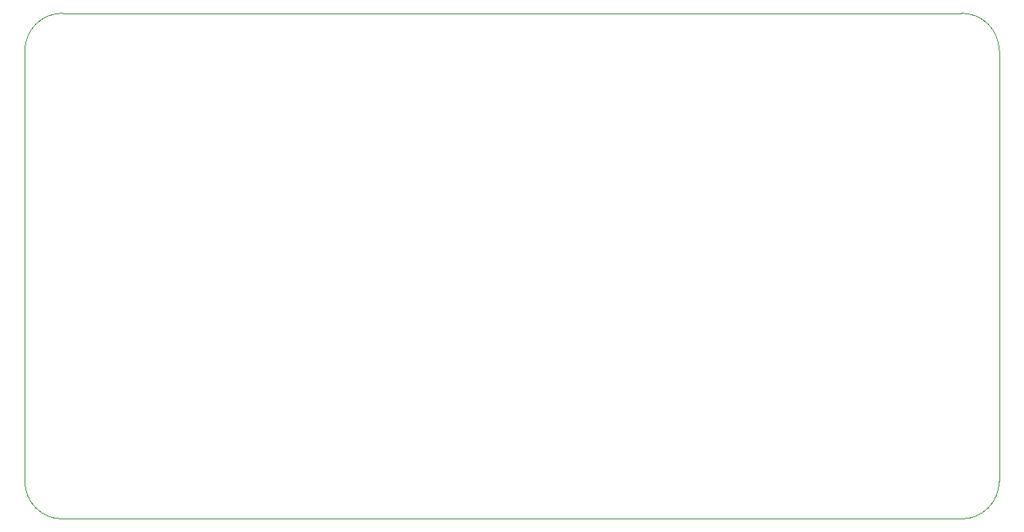
<source format=gm1>
G04 #@! TF.GenerationSoftware,KiCad,Pcbnew,8.0.4*
G04 #@! TF.CreationDate,2025-02-21T00:52:45-06:00*
G04 #@! TF.ProjectId,Turret,54757272-6574-42e6-9b69-6361645f7063,rev?*
G04 #@! TF.SameCoordinates,Original*
G04 #@! TF.FileFunction,Profile,NP*
%FSLAX46Y46*%
G04 Gerber Fmt 4.6, Leading zero omitted, Abs format (unit mm)*
G04 Created by KiCad (PCBNEW 8.0.4) date 2025-02-21 00:52:45*
%MOMM*%
%LPD*%
G01*
G04 APERTURE LIST*
G04 #@! TA.AperFunction,Profile*
%ADD10C,0.100000*%
G04 #@! TD*
G04 APERTURE END LIST*
D10*
X40450000Y-84100000D02*
X40450000Y-38100000D01*
X144450000Y-38100000D02*
X144450000Y-84100000D01*
X40450000Y-38100000D02*
G75*
G02*
X44450000Y-34100000I4000000J0D01*
G01*
X140450000Y-88100000D02*
X44450000Y-88100000D01*
X44450000Y-34100000D02*
X140450000Y-34100000D01*
X144450000Y-84100000D02*
G75*
G02*
X140450000Y-88100000I-4000000J0D01*
G01*
X44450000Y-88100000D02*
G75*
G02*
X40450000Y-84100000I0J4000000D01*
G01*
X140450000Y-34100000D02*
G75*
G02*
X144450000Y-38100000I0J-4000000D01*
G01*
M02*

</source>
